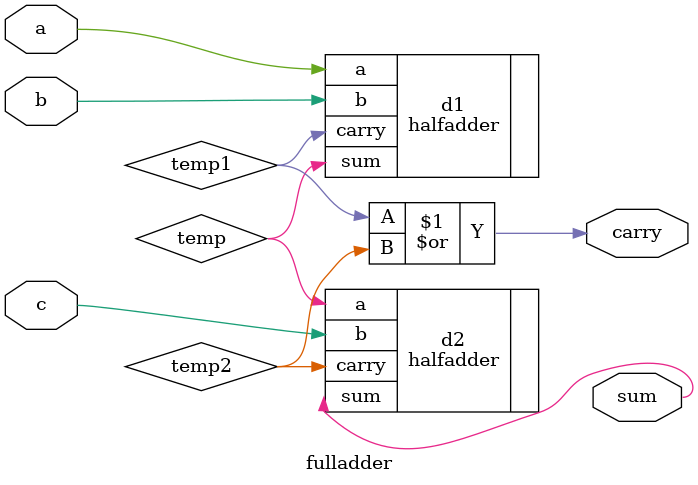
<source format=v>
`include "halfadder.v"
module fulladder(a,b,c,sum,carry);
	input a,b,c;
	output sum,carry;
	wire temp,temp1,temp2;

halfadder d1(.a(a),.b(b),.sum(temp),.carry(temp1));
halfadder d2(.a(temp),.b(c),.sum(sum),.carry(temp2));

or(carry,temp1,temp2);

endmodule

</source>
